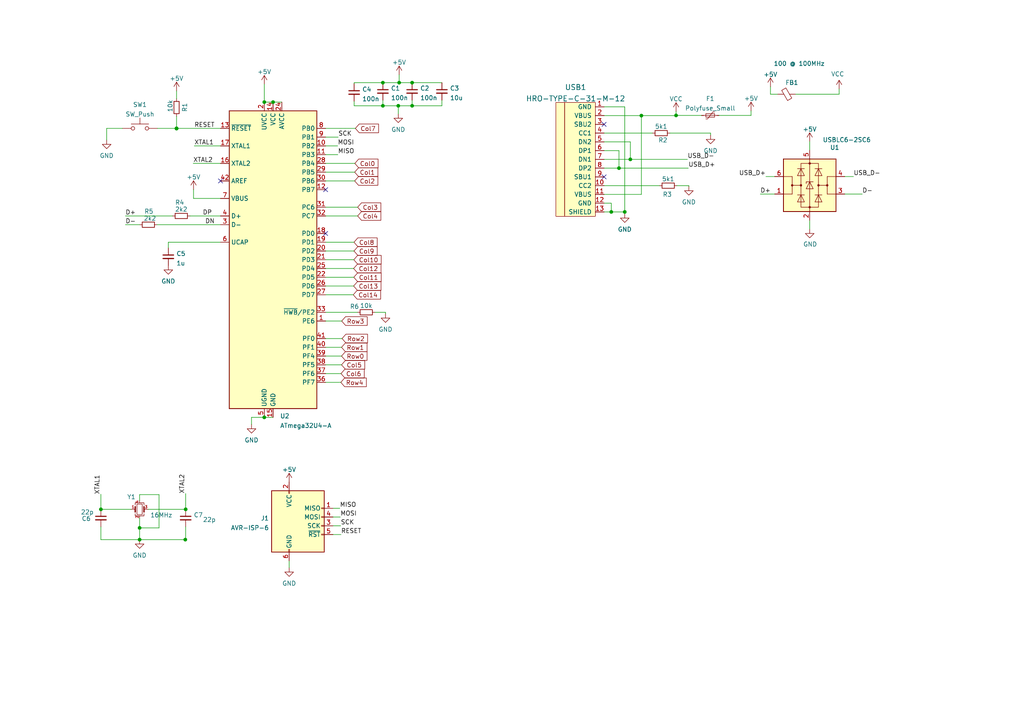
<source format=kicad_sch>
(kicad_sch (version 20211123) (generator eeschema)
  (paper "A4")
  (lib_symbols
    (symbol "Connector:AVR-ISP-6" (pin_names (offset 1.016))
      (property "Reference" "J" (at -6.35 11.43 0))
      (property "Value" "AVR-ISP-6" (at 0 11.43 0))
      (symbol "AVR-ISP-6_0_1"
        (rectangle (start -2.667 -6.858) (end -2.413 -7.62))
        (rectangle (start -2.667 10.16) (end -2.413 9.398))
        (rectangle (start 7.62 -2.413) (end 6.858 -2.667))
        (rectangle (start 7.62 0.127) (end 6.858 -0.127))
        (rectangle (start 7.62 2.667) (end 6.858 2.413))
        (rectangle (start 7.62 5.207) (end 6.858 4.953))
        (rectangle (start 7.62 10.16) (end -7.62 -7.62) (stroke (width 0.254)) (fill (type background)))
      )
      (symbol "AVR-ISP-6_1_1"
        (pin passive line (at 10.16 5.08 180) (length 2.54) (name "MISO") (number "1"))
        (pin passive line (at -2.54 12.7 270) (length 2.54) (name "VCC") (number "2"))
        (pin passive line (at 10.16 0 180) (length 2.54) (name "SCK") (number "3"))
        (pin passive line (at 10.16 2.54 180) (length 2.54) (name "MOSI") (number "4"))
        (pin passive line (at 10.16 -2.54 180) (length 2.54) (name "~{RST}") (number "5"))
        (pin passive line (at -2.54 -10.16 90) (length 2.54) (name "GND") (number "6"))
      )
    )
    (symbol "Device:C_Small" (pin_numbers hide) (pin_names (offset 0.254) hide)
      (property "Reference" "C" (at 0.254 1.778 0))
      (property "Value" "C_Small" (at 0.254 -2.032 0))
      (symbol "C_Small_0_1"
        (polyline (pts (xy -1.524 -0.508) (xy 1.524 -0.508)) (stroke (width 0.3302)))
        (polyline (pts (xy -1.524 0.508) (xy 1.524 0.508)) (stroke (width 0.3048)))
      )
      (symbol "C_Small_1_1"
        (pin passive line (at 0 2.54 270) (length 2.032) (name "~") (number "1"))
        (pin passive line (at 0 -2.54 90) (length 2.032) (name "~") (number "2"))
      )
    )
    (symbol "Device:Crystal_GND24_Small" (pin_names (offset 1.016) hide)
      (property "Reference" "Y" (at 1.27 4.445 0))
      (property "Value" "Crystal_GND24_Small" (at 1.27 2.54 0))
      (symbol "Crystal_GND24_Small_0_1"
        (rectangle (start -0.762 -1.524) (end 0.762 1.524))
        (polyline (pts (xy -1.27 -0.762) (xy -1.27 0.762)) (stroke (width 0.381)))
        (polyline (pts (xy 1.27 -0.762) (xy 1.27 0.762)) (stroke (width 0.381)))
        (polyline (pts (xy -1.27 -1.27) (xy -1.27 -1.905) (xy 1.27 -1.905) (xy 1.27 -1.27)))
        (polyline (pts (xy -1.27 1.27) (xy -1.27 1.905) (xy 1.27 1.905) (xy 1.27 1.27)))
      )
      (symbol "Crystal_GND24_Small_1_1"
        (pin passive line (at -2.54 0 0) (length 1.27) (name "1") (number "1"))
        (pin passive line (at 0 -2.54 90) (length 0.635) (name "2") (number "2"))
        (pin passive line (at 2.54 0 180) (length 1.27) (name "3") (number "3"))
        (pin passive line (at 0 2.54 270) (length 0.635) (name "4") (number "4"))
      )
    )
    (symbol "Device:FerriteBead_Small" (pin_numbers hide) (pin_names (offset 0))
      (property "Reference" "FB" (at 1.905 1.27 0))
      (property "Value" "FerriteBead_Small" (at 1.905 -1.27 0))
      (symbol "FerriteBead_Small_0_1"
        (polyline (pts (xy 0 -1.27) (xy 0 -0.7874)))
        (polyline (pts (xy 0 0.889) (xy 0 1.2954)))
        (polyline (pts (xy -1.8288 0.2794) (xy -1.1176 1.4986) (xy 1.8288 -0.2032) (xy 1.1176 -1.4224) (xy -1.8288 0.2794)))
      )
      (symbol "FerriteBead_Small_1_1"
        (pin passive line (at 0 2.54 270) (length 1.27) (name "~") (number "1"))
        (pin passive line (at 0 -2.54 90) (length 1.27) (name "~") (number "2"))
      )
    )
    (symbol "Device:Polyfuse_Small" (pin_numbers hide) (pin_names (offset 0))
      (property "Reference" "F" (at -1.905 0 90))
      (property "Value" "Polyfuse_Small" (at 1.905 0 90))
      (symbol "Polyfuse_Small_0_1"
        (rectangle (start -0.508 1.27) (end 0.508 -1.27))
        (polyline (pts (xy 0 2.54) (xy 0 -2.54)))
        (polyline (pts (xy -1.016 1.27) (xy -1.016 0.762) (xy 1.016 -0.762) (xy 1.016 -1.27)))
      )
      (symbol "Polyfuse_Small_1_1"
        (pin passive line (at 0 2.54 270) (length 0.635) (name "~") (number "1"))
        (pin passive line (at 0 -2.54 90) (length 0.635) (name "~") (number "2"))
      )
    )
    (symbol "Device:R_Small" (pin_numbers hide) (pin_names (offset 0.254) hide)
      (property "Reference" "R" (at 0.762 0.508 0))
      (property "Value" "R_Small" (at 0.762 -1.016 0))
      (symbol "R_Small_0_1"
        (rectangle (start -0.762 1.778) (end 0.762 -1.778) (stroke (width 0.2032)))
      )
      (symbol "R_Small_1_1"
        (pin passive line (at 0 2.54 270) (length 0.762) (name "~") (number "1"))
        (pin passive line (at 0 -2.54 90) (length 0.762) (name "~") (number "2"))
      )
    )
    (symbol "MCU_Microchip_ATmega:ATmega32U4-A"
      (property "Reference" "U" (at -12.7 44.45 0))
      (property "Value" "ATmega32U4-A" (at 2.54 -44.45 0))
      (symbol "ATmega32U4-A_0_1"
        (rectangle (start -12.7 -43.18) (end 12.7 43.18) (stroke (width 0.254)) (fill (type background)))
      )
      (symbol "ATmega32U4-A_1_1"
        (pin bidirectional line (at 15.24 -17.78 180) (length 2.54) (name "PE6") (number "1"))
        (pin bidirectional line (at 15.24 33.02 180) (length 2.54) (name "PB2") (number "10"))
        (pin bidirectional line (at 15.24 30.48 180) (length 2.54) (name "PB3") (number "11"))
        (pin bidirectional line (at 15.24 20.32 180) (length 2.54) (name "PB7") (number "12"))
        (pin input line (at -15.24 38.1 0) (length 2.54) (name "~{RESET}") (number "13"))
        (pin power_in line (at 0 45.72 270) (length 2.54) (name "VCC") (number "14"))
        (pin power_in line (at 0 -45.72 90) (length 2.54) (name "GND") (number "15"))
        (pin output line (at -15.24 27.94 0) (length 2.54) (name "XTAL2") (number "16"))
        (pin input line (at -15.24 33.02 0) (length 2.54) (name "XTAL1") (number "17"))
        (pin bidirectional line (at 15.24 7.62 180) (length 2.54) (name "PD0") (number "18"))
        (pin bidirectional line (at 15.24 5.08 180) (length 2.54) (name "PD1") (number "19"))
        (pin power_in line (at -2.54 45.72 270) (length 2.54) (name "UVCC") (number "2"))
        (pin bidirectional line (at 15.24 2.54 180) (length 2.54) (name "PD2") (number "20"))
        (pin bidirectional line (at 15.24 0 180) (length 2.54) (name "PD3") (number "21"))
        (pin bidirectional line (at 15.24 -5.08 180) (length 2.54) (name "PD5") (number "22"))
        (pin passive line (at 0 -45.72 90) (length 2.54) hide (name "GND") (number "23"))
        (pin power_in line (at 2.54 45.72 270) (length 2.54) (name "AVCC") (number "24"))
        (pin bidirectional line (at 15.24 -2.54 180) (length 2.54) (name "PD4") (number "25"))
        (pin bidirectional line (at 15.24 -7.62 180) (length 2.54) (name "PD6") (number "26"))
        (pin bidirectional line (at 15.24 -10.16 180) (length 2.54) (name "PD7") (number "27"))
        (pin bidirectional line (at 15.24 27.94 180) (length 2.54) (name "PB4") (number "28"))
        (pin bidirectional line (at 15.24 25.4 180) (length 2.54) (name "PB5") (number "29"))
        (pin bidirectional line (at -15.24 10.16 0) (length 2.54) (name "D-") (number "3"))
        (pin bidirectional line (at 15.24 22.86 180) (length 2.54) (name "PB6") (number "30"))
        (pin bidirectional line (at 15.24 15.24 180) (length 2.54) (name "PC6") (number "31"))
        (pin bidirectional line (at 15.24 12.7 180) (length 2.54) (name "PC7") (number "32"))
        (pin bidirectional line (at 15.24 -15.24 180) (length 2.54) (name "~{HWB}/PE2") (number "33"))
        (pin passive line (at 0 45.72 270) (length 2.54) hide (name "VCC") (number "34"))
        (pin passive line (at 0 -45.72 90) (length 2.54) hide (name "GND") (number "35"))
        (pin bidirectional line (at 15.24 -35.56 180) (length 2.54) (name "PF7") (number "36"))
        (pin bidirectional line (at 15.24 -33.02 180) (length 2.54) (name "PF6") (number "37"))
        (pin bidirectional line (at 15.24 -30.48 180) (length 2.54) (name "PF5") (number "38"))
        (pin bidirectional line (at 15.24 -27.94 180) (length 2.54) (name "PF4") (number "39"))
        (pin bidirectional line (at -15.24 12.7 0) (length 2.54) (name "D+") (number "4"))
        (pin bidirectional line (at 15.24 -25.4 180) (length 2.54) (name "PF1") (number "40"))
        (pin bidirectional line (at 15.24 -22.86 180) (length 2.54) (name "PF0") (number "41"))
        (pin passive line (at -15.24 22.86 0) (length 2.54) (name "AREF") (number "42"))
        (pin passive line (at 0 -45.72 90) (length 2.54) hide (name "GND") (number "43"))
        (pin passive line (at 2.54 45.72 270) (length 2.54) hide (name "AVCC") (number "44"))
        (pin passive line (at -2.54 -45.72 90) (length 2.54) (name "UGND") (number "5"))
        (pin passive line (at -15.24 5.08 0) (length 2.54) (name "UCAP") (number "6"))
        (pin input line (at -15.24 17.78 0) (length 2.54) (name "VBUS") (number "7"))
        (pin bidirectional line (at 15.24 38.1 180) (length 2.54) (name "PB0") (number "8"))
        (pin bidirectional line (at 15.24 35.56 180) (length 2.54) (name "PB1") (number "9"))
      )
    )
    (symbol "Power_Protection:USBLC6-2SC6" (pin_names hide)
      (property "Reference" "U" (at 2.54 8.89 0))
      (property "Value" "USBLC6-2SC6" (at 2.54 -8.89 0))
      (symbol "USBLC6-2SC6_0_1"
        (rectangle (start -7.62 -7.62) (end 7.62 7.62) (stroke (width 0.254)) (fill (type background)))
        (circle (center -5.08 0) (radius 0.254) (fill (type outline)))
        (circle (center -2.54 0) (radius 0.254) (fill (type outline)))
        (rectangle (start -2.54 6.35) (end 2.54 -6.35))
        (circle (center 0 -6.35) (radius 0.254) (fill (type outline)))
        (polyline (pts (xy -5.08 -2.54) (xy -7.62 -2.54)))
        (polyline (pts (xy -5.08 0) (xy -5.08 -2.54)))
        (polyline (pts (xy -5.08 2.54) (xy -7.62 2.54)))
        (polyline (pts (xy -1.524 -2.794) (xy -3.556 -2.794)))
        (polyline (pts (xy -1.524 4.826) (xy -3.556 4.826)))
        (polyline (pts (xy 0 -7.62) (xy 0 -6.35)))
        (polyline (pts (xy 0 -6.35) (xy 0 1.27)))
        (polyline (pts (xy 0 1.27) (xy 0 6.35)))
        (polyline (pts (xy 0 6.35) (xy 0 7.62)))
        (polyline (pts (xy 1.524 -2.794) (xy 3.556 -2.794)))
        (polyline (pts (xy 1.524 4.826) (xy 3.556 4.826)))
        (polyline (pts (xy 5.08 -2.54) (xy 7.62 -2.54)))
        (polyline (pts (xy 5.08 0) (xy 5.08 -2.54)))
        (polyline (pts (xy 5.08 2.54) (xy 7.62 2.54)))
        (polyline (pts (xy -2.54 0) (xy -5.08 0) (xy -5.08 2.54)))
        (polyline (pts (xy 2.54 0) (xy 5.08 0) (xy 5.08 2.54)))
        (polyline (pts (xy -3.556 -4.826) (xy -1.524 -4.826) (xy -2.54 -2.794) (xy -3.556 -4.826)))
        (polyline (pts (xy -3.556 2.794) (xy -1.524 2.794) (xy -2.54 4.826) (xy -3.556 2.794)))
        (polyline (pts (xy -1.016 -1.016) (xy 1.016 -1.016) (xy 0 1.016) (xy -1.016 -1.016)))
        (polyline (pts (xy 1.016 1.016) (xy 0.762 1.016) (xy -1.016 1.016) (xy -1.016 0.508)))
        (polyline (pts (xy 3.556 -4.826) (xy 1.524 -4.826) (xy 2.54 -2.794) (xy 3.556 -4.826)))
        (polyline (pts (xy 3.556 2.794) (xy 1.524 2.794) (xy 2.54 4.826) (xy 3.556 2.794)))
        (circle (center 0 6.35) (radius 0.254) (fill (type outline)))
        (circle (center 2.54 0) (radius 0.254) (fill (type outline)))
        (circle (center 5.08 0) (radius 0.254) (fill (type outline)))
      )
      (symbol "USBLC6-2SC6_1_1"
        (pin passive line (at -10.16 -2.54 0) (length 2.54) (name "I/O1") (number "1"))
        (pin passive line (at 0 -10.16 90) (length 2.54) (name "GND") (number "2"))
        (pin passive line (at 10.16 -2.54 180) (length 2.54) (name "I/O2") (number "3"))
        (pin passive line (at 10.16 2.54 180) (length 2.54) (name "I/O2") (number "4"))
        (pin passive line (at 0 10.16 270) (length 2.54) (name "VBUS") (number "5"))
        (pin passive line (at -10.16 2.54 0) (length 2.54) (name "I/O1") (number "6"))
      )
    )
    (symbol "Switch:SW_Push" (pin_numbers hide) (pin_names (offset 1.016) hide)
      (property "Reference" "SW" (at 1.27 2.54 0))
      (property "Value" "SW_Push" (at 0 -1.524 0))
      (symbol "SW_Push_0_1"
        (circle (center -2.032 0) (radius 0.508))
        (polyline (pts (xy 0 1.27) (xy 0 3.048)))
        (polyline (pts (xy 2.54 1.27) (xy -2.54 1.27)))
        (circle (center 2.032 0) (radius 0.508))
        (pin passive line (at -5.08 0 0) (length 2.54) (name "1") (number "1"))
        (pin passive line (at 5.08 0 180) (length 2.54) (name "2") (number "2"))
      )
    )
    (symbol "Type-C:HRO-TYPE-C-31-M-12" (pin_names (offset 1.016))
      (property "Reference" "USB" (at -5.08 16.51 0))
      (property "Value" "HRO-TYPE-C-31-M-12" (at -10.16 -1.27 90))
      (symbol "HRO-TYPE-C-31-M-12_0_1"
        (rectangle (start -11.43 15.24) (end -8.89 -17.78) (fill (type background)))
        (rectangle (start 0 -17.78) (end -8.89 15.24) (fill (type background)))
      )
      (symbol "HRO-TYPE-C-31-M-12_1_1"
        (pin input line (at 2.54 13.97 180) (length 2.54) (name "GND") (number "1"))
        (pin input line (at 2.54 -8.89 180) (length 2.54) (name "CC2") (number "10"))
        (pin input line (at 2.54 -11.43 180) (length 2.54) (name "VBUS") (number "11"))
        (pin input line (at 2.54 -13.97 180) (length 2.54) (name "GND") (number "12"))
        (pin input line (at 2.54 -16.51 180) (length 2.54) (name "SHIELD") (number "13"))
        (pin input line (at 2.54 11.43 180) (length 2.54) (name "VBUS") (number "2"))
        (pin input line (at 2.54 8.89 180) (length 2.54) (name "SBU2") (number "3"))
        (pin input line (at 2.54 6.35 180) (length 2.54) (name "CC1") (number "4"))
        (pin input line (at 2.54 3.81 180) (length 2.54) (name "DN2") (number "5"))
        (pin input line (at 2.54 1.27 180) (length 2.54) (name "DP1") (number "6"))
        (pin input line (at 2.54 -1.27 180) (length 2.54) (name "DN1") (number "7"))
        (pin input line (at 2.54 -3.81 180) (length 2.54) (name "DP2") (number "8"))
        (pin input line (at 2.54 -6.35 180) (length 2.54) (name "SBU1") (number "9"))
      )
    )
    (symbol "power:+5V" (power) (pin_names (offset 0))
      (property "Value" "+5V" (at 0 3.556 0))
      (symbol "+5V_0_1"
        (polyline (pts (xy -0.762 1.27) (xy 0 2.54)))
        (polyline (pts (xy 0 0) (xy 0 2.54)))
        (polyline (pts (xy 0 2.54) (xy 0.762 1.27)))
      )
      (symbol "+5V_1_1"
        (pin power_in line (at 0 0 90) (length 0) hide (name "+5V") (number "1"))
      )
    )
    (symbol "power:GND" (power) (pin_names (offset 0))
      (property "Value" "GND" (at 0 -3.81 0))
      (symbol "GND_0_1"
        (polyline (pts (xy 0 0) (xy 0 -1.27) (xy 1.27 -1.27) (xy 0 -2.54) (xy -1.27 -1.27) (xy 0 -1.27)))
      )
      (symbol "GND_1_1"
        (pin power_in line (at 0 0 270) (length 0) hide (name "GND") (number "1"))
      )
    )
    (symbol "power:VCC" (power) (pin_names (offset 0))
      (property "Value" "VCC" (at 0 3.81 0))
      (symbol "VCC_0_1"
        (polyline (pts (xy -0.762 1.27) (xy 0 2.54)))
        (polyline (pts (xy 0 0) (xy 0 2.54)))
        (polyline (pts (xy 0 2.54) (xy 0.762 1.27)))
      )
      (symbol "VCC_1_1"
        (pin power_in line (at 0 0 90) (length 0) hide (name "VCC") (number "1"))
      )
    )
  )
  (junction (at 40.4876 156.5148))
  (junction (at 119.5324 30.6832))
  (junction (at 177.292 61.468))
  (junction (at 119.5324 23.9776))
  (junction (at 40.4876 153.1112))
  (junction (at 115.7732 23.9776))
  (junction (at 111.0488 30.6832))
  (junction (at 29.2608 147.7264))
  (junction (at 76.6572 29.6164))
  (junction (at 186.0296 33.528))
  (junction (at 179.5272 48.768))
  (junction (at 182.8292 46.228))
  (junction (at 115.5192 30.6832))
  (junction (at 196.088 33.4772))
  (junction (at 181.2036 61.468))
  (junction (at 53.7464 156.5148))
  (junction (at 76.6572 121.0564))
  (junction (at 53.848 147.7264))
  (junction (at 51.2064 37.2872))
  (junction (at 111.0488 23.9776))
  (junction (at 79.1972 29.6164))
  (junction (at 51.2064 37.2364))
  (no_connect (at 94.4372 67.7164))
  (no_connect (at 94.4372 55.0164))
  (no_connect (at 175.2092 51.308))
  (no_connect (at 175.2092 36.068))
  (no_connect (at 63.9572 52.4764))
  (wire (pts (xy 94.4372 80.4164) (xy 102.616 80.4164)))
  (wire (pts (xy 53.7464 156.5148) (xy 40.4876 156.5148)))
  (wire (pts (xy 63.9572 70.2564) (xy 48.8188 70.2564)))
  (wire (pts (xy 94.4372 105.8164) (xy 99.06 105.8164)))
  (wire (pts (xy 234.8484 41.0464) (xy 234.8484 43.5864)))
  (wire (pts (xy 40.4876 150.2664) (xy 40.4876 153.1112)))
  (wire (pts (xy 72.9488 121.0564) (xy 72.9488 123.0884)))
  (wire (pts (xy 102.7176 24.2824) (xy 102.7176 23.9776)))
  (wire (pts (xy 76.6572 29.6164) (xy 76.6572 29.6672)))
  (wire (pts (xy 94.4372 44.8564) (xy 97.9932 44.8564)))
  (wire (pts (xy 94.4372 70.2564) (xy 102.6668 70.2564)))
  (wire (pts (xy 94.4372 60.0964) (xy 103.7336 60.0964)))
  (wire (pts (xy 179.5272 48.768) (xy 199.644 48.768)))
  (wire (pts (xy 45.5676 65.1764) (xy 63.9572 65.1764)))
  (wire (pts (xy 102.7176 30.6832) (xy 102.7176 29.3624)))
  (wire (pts (xy 186.0296 56.388) (xy 186.0296 33.528)))
  (wire (pts (xy 177.292 58.928) (xy 177.292 61.468)))
  (wire (pts (xy 51.2064 37.2364) (xy 63.9572 37.2364)))
  (wire (pts (xy 115.7732 21.6916) (xy 115.7732 23.9776)))
  (wire (pts (xy 36.3728 65.1764) (xy 40.4876 65.1764)))
  (wire (pts (xy 40.4876 153.1112) (xy 46.1264 153.1112)))
  (wire (pts (xy 72.9488 121.0564) (xy 76.6572 121.0564)))
  (wire (pts (xy 245.0084 56.2864) (xy 250.0884 56.2864)))
  (wire (pts (xy 94.4372 37.2364) (xy 103.0732 37.2364)))
  (wire (pts (xy 245.0084 51.2064) (xy 247.5484 51.2064)))
  (wire (pts (xy 96.5708 155.0416) (xy 98.9076 155.0416)))
  (wire (pts (xy 108.7628 90.5764) (xy 111.8108 90.5764)))
  (wire (pts (xy 111.0488 30.6832) (xy 102.7176 30.6832)))
  (wire (pts (xy 102.7176 23.9776) (xy 111.0488 23.9776)))
  (wire (pts (xy 243.3828 25.8064) (xy 243.3828 27.3304)))
  (wire (pts (xy 94.4372 90.5764) (xy 103.6828 90.5764)))
  (wire (pts (xy 43.0276 147.7264) (xy 53.848 147.7264)))
  (wire (pts (xy 175.2092 33.528) (xy 186.0296 33.528)))
  (wire (pts (xy 175.2092 43.688) (xy 179.5272 43.688)))
  (wire (pts (xy 51.2064 26.3652) (xy 51.2064 28.6512)))
  (wire (pts (xy 223.4692 27.3304) (xy 225.6028 27.3304)))
  (wire (pts (xy 96.5708 152.5016) (xy 98.806 152.5016)))
  (wire (pts (xy 119.5324 23.9776) (xy 128.1684 23.9776)))
  (wire (pts (xy 29.2608 156.5148) (xy 40.4876 156.5148)))
  (wire (pts (xy 94.4372 93.1164) (xy 99.1108 93.1164)))
  (wire (pts (xy 175.2092 48.768) (xy 179.5272 48.768)))
  (wire (pts (xy 196.342 53.848) (xy 199.7964 53.848)))
  (wire (pts (xy 56.134 57.5564) (xy 56.134 54.9656)))
  (wire (pts (xy 175.2092 30.988) (xy 181.2036 30.988)))
  (wire (pts (xy 175.2092 58.928) (xy 177.292 58.928)))
  (wire (pts (xy 182.8292 41.148) (xy 182.8292 46.228)))
  (wire (pts (xy 40.4876 143.4592) (xy 46.1264 143.4592)))
  (wire (pts (xy 220.5228 56.2864) (xy 224.6884 56.2864)))
  (wire (pts (xy 186.0296 33.528) (xy 196.088 33.528)))
  (wire (pts (xy 94.4372 75.3364) (xy 102.616 75.3364)))
  (wire (pts (xy 35.5092 37.2364) (xy 30.9372 37.2364)))
  (wire (pts (xy 208.534 33.4772) (xy 217.8304 33.4772)))
  (wire (pts (xy 94.4372 42.3164) (xy 97.9424 42.3164)))
  (wire (pts (xy 115.5192 33.02) (xy 115.5192 30.6832)))
  (wire (pts (xy 40.4876 145.1864) (xy 40.4876 143.4592)))
  (wire (pts (xy 175.2092 41.148) (xy 182.8292 41.148)))
  (wire (pts (xy 230.6828 27.3304) (xy 243.3828 27.3304)))
  (wire (pts (xy 29.2608 147.7264) (xy 37.9476 147.7264)))
  (wire (pts (xy 94.4372 52.4764) (xy 102.87 52.4764)))
  (wire (pts (xy 51.2064 37.2364) (xy 51.2064 37.2872)))
  (wire (pts (xy 111.0488 29.0576) (xy 111.0488 30.6832)))
  (wire (pts (xy 196.088 33.4772) (xy 203.454 33.4772)))
  (wire (pts (xy 48.8188 70.2564) (xy 48.8188 71.9328)))
  (wire (pts (xy 56.0324 47.3964) (xy 63.9572 47.3964)))
  (wire (pts (xy 128.1684 30.6832) (xy 119.5324 30.6832)))
  (wire (pts (xy 206.0956 38.608) (xy 206.0956 39.1668)))
  (wire (pts (xy 29.2608 152.8064) (xy 29.2608 156.5148)))
  (wire (pts (xy 94.4372 72.7964) (xy 102.6668 72.7964)))
  (wire (pts (xy 79.1972 29.6164) (xy 76.6572 29.6164)))
  (wire (pts (xy 94.4372 77.8764) (xy 102.5652 77.8764)))
  (wire (pts (xy 94.4372 49.9364) (xy 102.87 49.9364)))
  (wire (pts (xy 83.8708 162.6616) (xy 83.8708 164.6428)))
  (wire (pts (xy 94.4372 103.2764) (xy 99.06 103.2764)))
  (wire (pts (xy 175.2092 56.388) (xy 186.0296 56.388)))
  (wire (pts (xy 45.6692 37.2364) (xy 51.2064 37.2364)))
  (wire (pts (xy 128.1684 29.0576) (xy 128.1684 30.6832)))
  (wire (pts (xy 55.118 62.6364) (xy 63.9572 62.6364)))
  (wire (pts (xy 53.848 156.5148) (xy 53.7464 156.5148)))
  (wire (pts (xy 175.2092 61.468) (xy 177.292 61.468)))
  (wire (pts (xy 223.4692 25.146) (xy 223.4692 27.3304)))
  (wire (pts (xy 181.2036 30.988) (xy 181.2036 61.468)))
  (wire (pts (xy 115.5192 30.6832) (xy 119.5324 30.6832)))
  (wire (pts (xy 96.5708 147.4216) (xy 98.552 147.4216)))
  (wire (pts (xy 36.3728 62.6364) (xy 50.038 62.6364)))
  (wire (pts (xy 182.8292 46.228) (xy 199.39 46.228)))
  (wire (pts (xy 53.848 152.8064) (xy 53.848 156.5148)))
  (wire (pts (xy 94.4372 110.8964) (xy 98.8568 110.8964)))
  (wire (pts (xy 63.9572 57.5564) (xy 56.134 57.5564)))
  (wire (pts (xy 111.8108 90.5764) (xy 111.8108 90.9828)))
  (wire (pts (xy 217.8304 33.4772) (xy 217.8304 32.1564)))
  (wire (pts (xy 30.9372 37.2364) (xy 30.9372 40.5892)))
  (wire (pts (xy 196.088 33.528) (xy 196.088 33.4772)))
  (wire (pts (xy 29.2608 143.3576) (xy 29.2608 147.7264)))
  (wire (pts (xy 81.7372 29.6164) (xy 79.1972 29.6164)))
  (wire (pts (xy 181.2036 61.468) (xy 181.2036 61.976)))
  (wire (pts (xy 76.6572 121.0564) (xy 79.1972 121.0564)))
  (wire (pts (xy 56.3372 42.3164) (xy 63.9572 42.3164)))
  (wire (pts (xy 94.4372 98.1964) (xy 99.2124 98.1964)))
  (wire (pts (xy 76.6572 24.4348) (xy 76.6572 29.6164)))
  (wire (pts (xy 94.4372 85.4964) (xy 102.4636 85.4964)))
  (wire (pts (xy 94.4372 100.7364) (xy 99.06 100.7364)))
  (wire (pts (xy 94.4372 108.3564) (xy 98.9076 108.3564)))
  (wire (pts (xy 177.292 61.468) (xy 181.2036 61.468)))
  (wire (pts (xy 111.0488 30.6832) (xy 115.5192 30.6832)))
  (wire (pts (xy 51.2064 33.7312) (xy 51.2064 37.2364)))
  (wire (pts (xy 175.2092 38.608) (xy 189.23 38.608)))
  (wire (pts (xy 119.5324 29.0576) (xy 119.5324 30.6832)))
  (wire (pts (xy 46.1264 143.4592) (xy 46.1264 153.1112)))
  (wire (pts (xy 111.0488 23.9776) (xy 115.7732 23.9776)))
  (wire (pts (xy 96.5708 149.9616) (xy 98.7044 149.9616)))
  (wire (pts (xy 194.31 38.608) (xy 206.0956 38.608)))
  (wire (pts (xy 40.4876 153.1112) (xy 40.4876 156.5148)))
  (wire (pts (xy 234.8484 63.9064) (xy 234.8484 66.4464)))
  (wire (pts (xy 94.4372 39.7764) (xy 98.0948 39.7764)))
  (wire (pts (xy 199.7964 53.848) (xy 199.7964 54.0512)))
  (wire (pts (xy 53.848 143.1544) (xy 53.848 147.7264)))
  (wire (pts (xy 179.5272 43.688) (xy 179.5272 48.768)))
  (wire (pts (xy 196.088 33.4772) (xy 196.088 32.3088)))
  (wire (pts (xy 94.4372 47.3964) (xy 102.9208 47.3964)))
  (wire (pts (xy 222.1484 51.2064) (xy 224.6884 51.2064)))
  (wire (pts (xy 94.4372 82.9564) (xy 102.5652 82.9564)))
  (wire (pts (xy 94.4372 62.6364) (xy 103.7336 62.6364)))
  (wire (pts (xy 175.2092 53.848) (xy 191.262 53.848)))
  (wire (pts (xy 115.7732 23.9776) (xy 119.5324 23.9776)))
  (wire (pts (xy 175.2092 46.228) (xy 182.8292 46.228)))
  (label "XTAL2" (at 53.848 143.1544 90))
  (label "USB_D-" (at 199.39 46.228 0))
  (label "MISO" (at 97.9932 44.8564 0))
  (label "XTAL1" (at 29.2608 143.3576 90))
  (label "D+" (at 220.5228 56.2864 0))
  (label "XTAL1" (at 56.3372 42.3164 0))
  (label "SCK" (at 98.0948 39.7764 0))
  (label "RESET" (at 98.9076 155.0416 0))
  (label "D-" (at 250.0884 56.2864 0))
  (label "DP" (at 58.7756 62.6364 0))
  (label "XTAL2" (at 56.0324 47.3964 0))
  (label "USB_D+" (at 199.644 48.768 0))
  (label "USB_D-" (at 247.5484 51.2064 0))
  (label "D-" (at 36.3728 65.1764 0))
  (label "MOSI" (at 98.7044 149.9616 0))
  (label "USB_D+" (at 222.1484 51.2064 180))
  (label "MISO" (at 98.552 147.4216 0))
  (label "D+" (at 36.3728 62.6364 0))
  (label "SCK" (at 98.806 152.5016 0))
  (label "RESET" (at 56.3372 37.2364 0))
  (label "DN" (at 59.4868 65.1764 0))
  (label "MOSI" (at 97.9424 42.3164 0))
  (global_label "Col11" (shape input) (at 102.616 80.4164 0) (property "Intersheet References" "${INTERSHEET_REFS}" (effects hide)))
  (global_label "Col14" (shape input) (at 102.4636 85.4964 0) (property "Intersheet References" "${INTERSHEET_REFS}" (effects hide)))
  (global_label "Col3" (shape input) (at 103.7336 60.0964 0) (property "Intersheet References" "${INTERSHEET_REFS}" (effects hide)))
  (global_label "Col2" (shape input) (at 102.87 52.4764 0) (property "Intersheet References" "${INTERSHEET_REFS}" (effects hide)))
  (global_label "Col5" (shape input) (at 99.06 105.8164 0) (property "Intersheet References" "${INTERSHEET_REFS}" (effects hide)))
  (global_label "Row1" (shape input) (at 99.06 100.7364 0) (property "Intersheet References" "${INTERSHEET_REFS}" (effects hide)))
  (global_label "Col7" (shape input) (at 103.0732 37.2364 0) (property "Intersheet References" "${INTERSHEET_REFS}" (effects hide)))
  (global_label "Col12" (shape input) (at 102.5652 77.8764 0) (property "Intersheet References" "${INTERSHEET_REFS}" (effects hide)))
  (global_label "Col4" (shape input) (at 103.7336 62.6364 0) (property "Intersheet References" "${INTERSHEET_REFS}" (effects hide)))
  (global_label "Col8" (shape input) (at 102.6668 70.2564 0) (property "Intersheet References" "${INTERSHEET_REFS}" (effects hide)))
  (global_label "Row3" (shape input) (at 99.1108 93.1164 0) (property "Intersheet References" "${INTERSHEET_REFS}" (effects hide)))
  (global_label "Col13" (shape input) (at 102.5652 82.9564 0) (property "Intersheet References" "${INTERSHEET_REFS}" (effects hide)))
  (global_label "Col0" (shape input) (at 102.9208 47.3964 0) (property "Intersheet References" "${INTERSHEET_REFS}" (effects hide)))
  (global_label "Row2" (shape input) (at 99.2124 98.1964 0) (property "Intersheet References" "${INTERSHEET_REFS}" (effects hide)))
  (global_label "Col10" (shape input) (at 102.616 75.3364 0) (property "Intersheet References" "${INTERSHEET_REFS}" (effects hide)))
  (global_label "Row4" (shape input) (at 98.8568 110.8964 0) (property "Intersheet References" "${INTERSHEET_REFS}" (effects hide)))
  (global_label "Col6" (shape input) (at 98.9076 108.3564 0) (property "Intersheet References" "${INTERSHEET_REFS}" (effects hide)))
  (global_label "Row0" (shape input) (at 99.06 103.2764 0) (property "Intersheet References" "${INTERSHEET_REFS}" (effects hide)))
  (global_label "Col1" (shape input) (at 102.87 49.9364 0) (property "Intersheet References" "${INTERSHEET_REFS}" (effects hide)))
  (global_label "Col9" (shape input) (at 102.6668 72.7964 0) (property "Intersheet References" "${INTERSHEET_REFS}" (effects hide)))
  (symbol (lib_id "power:GND") (at 115.5192 33.02 0) (unit 1)
    (property "Reference" "#PWR0105" (effects hide))
    (property "Value" "GND" (at 115.5192 37.5825 0))
  )
  (symbol (lib_id "MCU_Microchip_ATmega:ATmega32U4-A") (at 79.1972 75.3364 0) (unit 1)
    (property "Reference" "U2" (at 81.2166 120.6659 0) (effects (justify left)))
    (property "Value" "ATmega32U4-A" (at 81.2166 123.441 0) (effects (justify left)))
    (property "Footprint" "Package_QFP:TQFP-44_10x10mm_P0.8mm" (effects hide))
    (property "Datasheet" "http://ww1.microchip.com/downloads/en/DeviceDoc/Atmel-7766-8-bit-AVR-ATmega16U4-32U4_Datasheet.pdf" (effects hide))
  )
  (symbol (lib_id "Switch:SW_Push") (at 40.5892 37.2364 0) (unit 1)
    (property "Reference" "SW1" (at 40.5892 30.3489 0))
    (property "Value" "SW_Push" (at 40.5892 33.124 0))
    (property "Footprint" "Button_Switch_SMD:SW_SPST_SKQG_WithStem" (effects hide))
  )
  (symbol (lib_id "power:GND") (at 234.8484 66.4464 0) (unit 1)
    (property "Reference" "#PWR0118" (effects hide))
    (property "Value" "GND" (at 234.9754 70.8406 0))
  )
  (symbol (lib_id "power:+5V") (at 83.8708 139.8016 0) (unit 1)
    (property "Reference" "#PWR0102" (effects hide))
    (property "Value" "+5V" (at 83.8708 136.1971 0))
  )
  (symbol (lib_id "Device:Crystal_GND24_Small") (at 40.4876 147.7264 0) (unit 1)
    (property "Reference" "Y1" (at 38.1 144.1196 0))
    (property "Value" "16MHz" (at 46.7868 149.4028 0))
    (property "Footprint" "Crystal:Crystal_SMD_3225-4Pin_3.2x2.5mm" (effects hide))
  )
  (symbol (lib_id "Connector:AVR-ISP-6") (at 86.4108 152.5016 0) (unit 1)
    (property "Reference" "J1" (at 78.0289 150.3231 0) (effects (justify right)))
    (property "Value" "AVR-ISP-6" (at 78.0289 153.0982 0) (effects (justify right)))
    (property "Footprint" "random-keyboard-parts:Reset_Pretty-Mask" (effects hide))
    (property "Datasheet" " ~" (effects hide))
  )
  (symbol (lib_id "power:GND") (at 199.7964 54.0512 0) (unit 1)
    (property "Reference" "#PWR0112" (effects hide))
    (property "Value" "GND" (at 199.7964 58.6137 0))
  )
  (symbol (lib_id "Device:R_Small") (at 51.2064 31.1912 180) (unit 1)
    (property "Reference" "R1" (at 53.594 31.1404 90))
    (property "Value" "10k" (at 49.3776 30.734 90))
    (property "Footprint" "Resistor_SMD:R_0603_1608Metric" (effects hide))
  )
  (symbol (lib_id "power:GND") (at 72.9488 123.0884 0) (unit 1)
    (property "Reference" "#PWR0103" (effects hide))
    (property "Value" "GND" (at 72.9488 127.6509 0))
  )
  (symbol (lib_id "power:GND") (at 30.9372 40.5892 0) (unit 1)
    (property "Reference" "#PWR0107" (effects hide))
    (property "Value" "GND" (at 30.9372 45.1517 0))
  )
  (symbol (lib_id "Device:C_Small") (at 48.8188 74.4728 0) (unit 1)
    (property "Reference" "C5" (at 51.1429 73.5706 0) (effects (justify left)))
    (property "Value" "1u" (at 51.1429 76.3457 0) (effects (justify left)))
    (property "Footprint" "Capacitor_SMD:C_0603_1608Metric" (effects hide))
  )
  (symbol (lib_id "power:GND") (at 83.8708 164.6428 0) (unit 1)
    (property "Reference" "#PWR0104" (effects hide))
    (property "Value" "GND" (at 83.8708 169.2053 0))
  )
  (symbol (lib_id "power:VCC") (at 196.088 32.3088 0) (unit 1)
    (property "Reference" "#PWR0114" (effects hide))
    (property "Value" "VCC" (at 196.088 28.7043 0))
  )
  (symbol (lib_id "power:GND") (at 48.8188 77.0128 0) (unit 1)
    (property "Reference" "#PWR0121" (effects hide))
    (property "Value" "GND" (at 48.8188 81.5753 0))
  )
  (symbol (lib_id "power:+5V") (at 51.2064 26.3652 0) (unit 1)
    (property "Reference" "#PWR0108" (effects hide))
    (property "Value" "+5V" (at 51.2064 22.7607 0))
  )
  (symbol (lib_id "Device:R_Small") (at 52.578 62.6364 90) (unit 1)
    (property "Reference" "R4" (at 52.1208 58.7248 90))
    (property "Value" "2k2" (at 52.578 60.7084 90))
    (property "Footprint" "Resistor_SMD:R_0603_1608Metric" (effects hide))
  )
  (symbol (lib_id "Device:C_Small") (at 111.0488 26.5176 0) (unit 1)
    (property "Reference" "C1" (at 113.3729 25.6154 0) (effects (justify left)))
    (property "Value" "100n" (at 113.3729 28.3905 0) (effects (justify left)))
    (property "Footprint" "Capacitor_SMD:C_0603_1608Metric" (effects hide))
  )
  (symbol (lib_id "power:GND") (at 206.0956 39.1668 0) (unit 1)
    (property "Reference" "#PWR0113" (effects hide))
    (property "Value" "GND" (at 206.0956 43.7293 0))
  )
  (symbol (lib_id "power:+5V") (at 223.4692 25.146 0) (unit 1)
    (property "Reference" "#PWR0117" (effects hide))
    (property "Value" "+5V" (at 223.4692 21.5986 0))
  )
  (symbol (lib_id "Device:R_Small") (at 191.77 38.608 90) (unit 1)
    (property "Reference" "R2" (at 192.278 40.64 90))
    (property "Value" "5k1" (at 191.77 36.68 90))
    (property "Footprint" "Resistor_SMD:R_0603_1608Metric" (effects hide))
  )
  (symbol (lib_id "Device:R_Small") (at 106.2228 90.5764 90) (unit 1)
    (property "Reference" "R6" (at 102.8192 88.9 90))
    (property "Value" "10k" (at 106.2228 88.6484 90))
    (property "Footprint" "Resistor_SMD:R_0603_1608Metric" (effects hide))
  )
  (symbol (lib_id "power:VCC") (at 243.3828 25.8064 0) (mirror y) (unit 1)
    (property "Reference" "#PWR0116" (effects hide))
    (property "Value" "VCC" (at 242.951 21.482 0))
  )
  (symbol (lib_id "power:+5V") (at 115.7732 21.6916 0) (unit 1)
    (property "Reference" "#PWR0106" (effects hide))
    (property "Value" "+5V" (at 115.7732 18.0871 0))
  )
  (symbol (lib_id "power:GND") (at 181.2036 61.976 0) (unit 1)
    (property "Reference" "#PWR0111" (effects hide))
    (property "Value" "GND" (at 181.2036 66.5385 0))
  )
  (symbol (lib_id "power:GND") (at 111.8108 90.9828 0) (unit 1)
    (property "Reference" "#PWR0120" (effects hide))
    (property "Value" "GND" (at 111.8108 95.5453 0))
  )
  (symbol (lib_id "power:GND") (at 40.4876 156.5148 0) (unit 1)
    (property "Reference" "#PWR0101" (effects hide))
    (property "Value" "GND" (at 40.4876 161.0773 0))
  )
  (symbol (lib_id "Type-C:HRO-TYPE-C-31-M-12") (at 172.6692 44.958 0) (unit 1)
    (property "Reference" "USB1" (at 166.9542 25.3141 0) (effects (font (size 1.524 1.524))))
    (property "Value" "HRO-TYPE-C-31-M-12" (at 166.9542 28.5931 0) (effects (font (size 1.524 1.524))))
    (property "Footprint" "Type-C:HRO-TYPE-C-31-M-12" (effects hide))
  )
  (symbol (lib_id "Device:C_Small") (at 119.5324 26.5176 0) (unit 1)
    (property "Reference" "C2" (at 121.8565 25.6154 0) (effects (justify left)))
    (property "Value" "100n" (at 121.8565 28.3905 0) (effects (justify left)))
    (property "Footprint" "Capacitor_SMD:C_0603_1608Metric" (effects hide))
  )
  (symbol (lib_id "Device:C_Small") (at 102.7176 26.8224 0) (unit 1)
    (property "Reference" "C4" (at 105.0417 25.9202 0) (effects (justify left)))
    (property "Value" "100n" (at 105.0417 28.6953 0) (effects (justify left)))
    (property "Footprint" "Capacitor_SMD:C_0603_1608Metric" (effects hide))
  )
  (symbol (lib_id "Power_Protection:USBLC6-2SC6") (at 234.8484 53.7464 0) (unit 1)
    (property "Reference" "U1" (at 242.1128 42.7798 0))
    (property "Value" "USBLC6-2SC6" (at 245.618 40.5573 0))
    (property "Footprint" "Package_TO_SOT_SMD:SOT-23-6" (effects hide))
    (property "Datasheet" "https://www.st.com/resource/en/datasheet/usblc6-2.pdf" (effects hide))
    (property "LCSC Part #" "C7519" (effects hide))
    (property "Manufacturer_Part_Number" "USBLC6-2SC6	" (effects hide))
    (property "Digikey Link" "https://www.digikey.co.uk/en/products/detail/stmicroelectronics/USBLC6-2SC6/1040559" (effects hide))
  )
  (symbol (lib_id "power:+5V") (at 56.134 54.9656 0) (unit 1)
    (property "Reference" "#PWR0110" (effects hide))
    (property "Value" "+5V" (at 56.134 51.3611 0))
  )
  (symbol (lib_id "power:+5V") (at 234.8484 41.0464 0) (unit 1)
    (property "Reference" "#PWR0115" (effects hide))
    (property "Value" "+5V" (at 234.8484 37.499 0))
  )
  (symbol (lib_id "Device:C_Small") (at 128.1684 26.5176 0) (unit 1)
    (property "Reference" "C3" (at 130.4925 25.6154 0) (effects (justify left)))
    (property "Value" "10u" (at 130.4925 28.3905 0) (effects (justify left)))
    (property "Footprint" "Capacitor_SMD:C_0603_1608Metric" (effects hide))
  )
  (symbol (lib_id "Device:C_Small") (at 29.2608 150.2664 0) (unit 1)
    (property "Reference" "C6" (at 23.6728 150.4188 0) (effects (justify left)))
    (property "Value" "22p" (at 23.4188 148.5392 0) (effects (justify left)))
    (property "Footprint" "Capacitor_SMD:C_0603_1608Metric" (effects hide))
  )
  (symbol (lib_id "Device:FerriteBead_Small") (at 228.1428 27.3304 270) (mirror x) (unit 1)
    (property "Reference" "FB1" (at 229.6668 23.9584 90))
    (property "Value" "100 @ 100MHz" (at 231.8002 18.4342 90))
    (property "Footprint" "Inductor_SMD:L_0603_1608Metric" (effects hide))
    (property "Manufacturer_Part_Number" "BLM21PG600SH1D" (effects hide))
  )
  (symbol (lib_id "power:+5V") (at 217.8304 32.1564 0) (unit 1)
    (property "Reference" "#PWR0119" (effects hide))
    (property "Value" "+5V" (at 217.8304 28.5519 0))
  )
  (symbol (lib_id "Device:R_Small") (at 43.0276 65.1764 90) (unit 1)
    (property "Reference" "R5" (at 43.18 61.3156 90))
    (property "Value" "2k2" (at 43.4848 63.3476 90))
    (property "Footprint" "Resistor_SMD:R_0603_1608Metric" (effects hide))
  )
  (symbol (lib_id "power:+5V") (at 76.6572 24.4348 0) (unit 1)
    (property "Reference" "#PWR0109" (effects hide))
    (property "Value" "+5V" (at 76.6572 20.8303 0))
  )
  (symbol (lib_id "Device:C_Small") (at 53.848 150.2664 0) (unit 1)
    (property "Reference" "C7" (at 56.1721 149.3642 0) (effects (justify left)))
    (property "Value" "22p" (at 58.8264 150.7236 0) (effects (justify left)))
    (property "Footprint" "Capacitor_SMD:C_0603_1608Metric" (effects hide))
  )
  (symbol (lib_id "Device:Polyfuse_Small") (at 205.994 33.4772 90) (unit 1)
    (property "Reference" "F1" (at 205.994 28.6217 90))
    (property "Value" "Polyfuse_Small" (at 205.994 31.3968 90))
    (property "Footprint" "Fuse:Fuse_1206_3216Metric" (effects hide))
  )
  (symbol (lib_id "Device:R_Small") (at 193.802 53.848 90) (unit 1)
    (property "Reference" "R3" (at 193.548 56.388 90))
    (property "Value" "5k1" (at 193.802 51.92 90))
    (property "Footprint" "Resistor_SMD:R_0603_1608Metric" (effects hide))
  )
)
</source>
